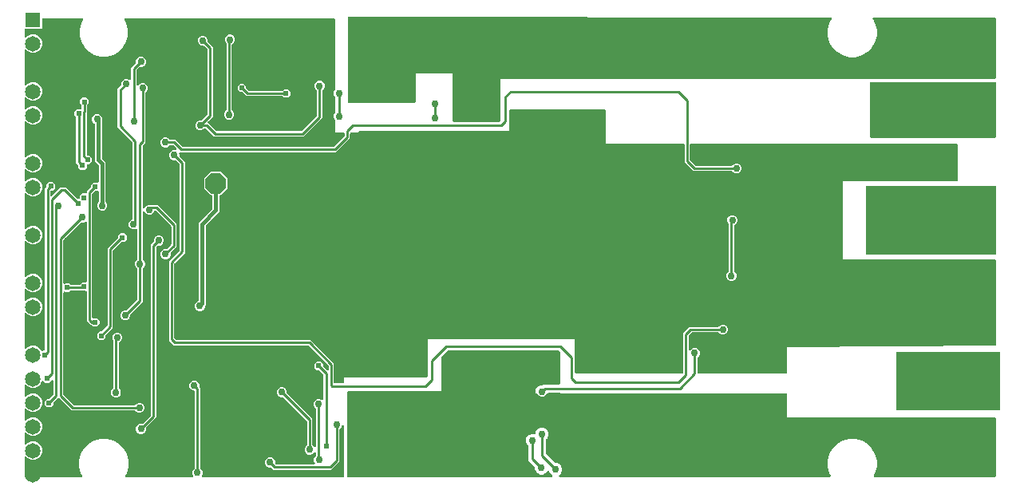
<source format=gbr>
G04 EAGLE Gerber RS-274X export*
G75*
%MOMM*%
%FSLAX34Y34*%
%LPD*%
%INBottom Copper*%
%IPPOS*%
%AMOC8*
5,1,8,0,0,1.08239X$1,22.5*%
G01*
G04 Define Apertures*
%ADD10P,2.36437X8X22.5*%
%ADD11R,1.650000X1.650000*%
%ADD12C,1.650000*%
%ADD13C,4.950000*%
%ADD14C,0.756400*%
%ADD15C,0.406400*%
%ADD16C,0.254000*%
%ADD17C,0.606400*%
%ADD18R,0.756400X0.756400*%
%ADD19R,0.606400X0.606400*%
G36*
X71698Y11023D02*
X71202Y10922D01*
X12192Y10922D01*
X11734Y11007D01*
X11308Y11280D01*
X11023Y11697D01*
X10922Y12192D01*
X10922Y31289D01*
X11000Y31728D01*
X11266Y32158D01*
X11678Y32451D01*
X12172Y32559D01*
X12669Y32467D01*
X13090Y32187D01*
X14463Y30814D01*
X18056Y29326D01*
X21944Y29326D01*
X25537Y30814D01*
X28286Y33563D01*
X29774Y37156D01*
X29774Y41044D01*
X28286Y44637D01*
X25537Y47386D01*
X21944Y48874D01*
X18056Y48874D01*
X14463Y47386D01*
X13090Y46013D01*
X12724Y45758D01*
X12232Y45641D01*
X11734Y45726D01*
X11308Y45998D01*
X11023Y46415D01*
X10922Y46911D01*
X10922Y56689D01*
X11000Y57128D01*
X11266Y57558D01*
X11678Y57851D01*
X12172Y57959D01*
X12669Y57867D01*
X13090Y57587D01*
X14463Y56214D01*
X18056Y54726D01*
X21944Y54726D01*
X25537Y56214D01*
X28286Y58963D01*
X29774Y62556D01*
X29774Y66444D01*
X28286Y70037D01*
X25537Y72786D01*
X21944Y74274D01*
X18056Y74274D01*
X14463Y72786D01*
X13090Y71413D01*
X12724Y71158D01*
X12232Y71041D01*
X11734Y71126D01*
X11308Y71398D01*
X11023Y71815D01*
X10922Y72311D01*
X10922Y82089D01*
X11000Y82528D01*
X11266Y82958D01*
X11678Y83251D01*
X12172Y83359D01*
X12669Y83267D01*
X13090Y82987D01*
X14463Y81614D01*
X18056Y80126D01*
X21944Y80126D01*
X25537Y81614D01*
X28286Y84363D01*
X29774Y87956D01*
X29774Y91844D01*
X28286Y95437D01*
X25537Y98186D01*
X21944Y99674D01*
X18056Y99674D01*
X14463Y98186D01*
X13090Y96813D01*
X12724Y96558D01*
X12232Y96441D01*
X11734Y96526D01*
X11308Y96798D01*
X11023Y97215D01*
X10922Y97711D01*
X10922Y107489D01*
X11000Y107928D01*
X11266Y108358D01*
X11678Y108651D01*
X12172Y108759D01*
X12669Y108667D01*
X13090Y108387D01*
X14463Y107014D01*
X18056Y105526D01*
X21944Y105526D01*
X25537Y107014D01*
X28286Y109763D01*
X29318Y112255D01*
X29565Y112638D01*
X29978Y112931D01*
X30471Y113039D01*
X30968Y112946D01*
X31390Y112667D01*
X33113Y110944D01*
X36887Y110944D01*
X39538Y113595D01*
X39904Y113850D01*
X40396Y113966D01*
X40894Y113881D01*
X41320Y113609D01*
X41605Y113192D01*
X41706Y112697D01*
X41706Y98683D01*
X41613Y98207D01*
X41334Y97785D01*
X37977Y94428D01*
X37574Y94157D01*
X37079Y94056D01*
X35113Y94056D01*
X32444Y91387D01*
X32444Y87613D01*
X35113Y84944D01*
X38887Y84944D01*
X41556Y87613D01*
X41556Y89579D01*
X41649Y90055D01*
X41928Y90477D01*
X46102Y94651D01*
X46486Y94914D01*
X46980Y95022D01*
X47477Y94930D01*
X47898Y94651D01*
X60843Y81706D01*
X127764Y81706D01*
X128241Y81613D01*
X128662Y81334D01*
X129994Y80002D01*
X131945Y79194D01*
X134056Y79194D01*
X136006Y80002D01*
X137498Y81494D01*
X138306Y83445D01*
X138306Y85556D01*
X137498Y87506D01*
X136006Y88998D01*
X134056Y89806D01*
X131945Y89806D01*
X129994Y88998D01*
X128662Y87666D01*
X128259Y87395D01*
X127764Y87294D01*
X63683Y87294D01*
X63207Y87387D01*
X62785Y87666D01*
X52666Y97785D01*
X52395Y98188D01*
X52294Y98683D01*
X52294Y206697D01*
X52372Y207136D01*
X52638Y207566D01*
X53050Y207858D01*
X53544Y207967D01*
X54041Y207874D01*
X54462Y207595D01*
X54613Y207444D01*
X58387Y207444D01*
X59777Y208834D01*
X60180Y209105D01*
X60675Y209206D01*
X70825Y209206D01*
X71301Y209113D01*
X71723Y208834D01*
X72113Y208444D01*
X75936Y208444D01*
X76394Y208359D01*
X76820Y208086D01*
X77105Y207669D01*
X77206Y207174D01*
X77206Y176343D01*
X81343Y172206D01*
X81825Y172206D01*
X82301Y172113D01*
X82723Y171834D01*
X84113Y170444D01*
X87887Y170444D01*
X90556Y173113D01*
X90556Y176887D01*
X87887Y179556D01*
X84064Y179556D01*
X83606Y179641D01*
X83180Y179914D01*
X82895Y180331D01*
X82794Y180826D01*
X82794Y311317D01*
X82887Y311793D01*
X83166Y312215D01*
X85023Y314072D01*
X85426Y314343D01*
X85921Y314444D01*
X87935Y314444D01*
X88142Y314588D01*
X88634Y314704D01*
X89132Y314619D01*
X89558Y314347D01*
X89843Y313930D01*
X89944Y313435D01*
X89944Y303474D01*
X89851Y302997D01*
X89572Y302576D01*
X89002Y302006D01*
X88194Y300056D01*
X88194Y297945D01*
X89002Y295994D01*
X90494Y294502D01*
X92445Y293694D01*
X94556Y293694D01*
X96506Y294502D01*
X97998Y295994D01*
X98806Y297945D01*
X98806Y300056D01*
X97998Y302006D01*
X97428Y302576D01*
X97157Y302979D01*
X97056Y303474D01*
X97056Y344973D01*
X93428Y348601D01*
X93157Y349004D01*
X93056Y349499D01*
X93056Y386717D01*
X93121Y387118D01*
X93339Y387773D01*
X93202Y388048D01*
X93068Y388606D01*
X93164Y389102D01*
X93306Y389445D01*
X93306Y391556D01*
X92498Y393506D01*
X91006Y394998D01*
X89056Y395806D01*
X86945Y395806D01*
X84994Y394998D01*
X83502Y393506D01*
X82694Y391556D01*
X82694Y389445D01*
X83502Y387494D01*
X84994Y386002D01*
X85160Y385933D01*
X85558Y385672D01*
X85843Y385255D01*
X85944Y384760D01*
X85944Y346027D01*
X89572Y342399D01*
X89843Y341996D01*
X89944Y341501D01*
X89944Y324565D01*
X89866Y324126D01*
X89600Y323696D01*
X89188Y323404D01*
X88694Y323295D01*
X88197Y323388D01*
X87944Y323556D01*
X84113Y323556D01*
X81444Y320887D01*
X81444Y318921D01*
X81351Y318445D01*
X81072Y318023D01*
X77206Y314157D01*
X77206Y313326D01*
X77121Y312868D01*
X76848Y312442D01*
X76431Y312157D01*
X75936Y312056D01*
X72113Y312056D01*
X69444Y309387D01*
X69444Y307326D01*
X69359Y306868D01*
X69086Y306442D01*
X68669Y306157D01*
X68174Y306056D01*
X67921Y306056D01*
X67445Y306149D01*
X67023Y306428D01*
X55157Y318294D01*
X49343Y318294D01*
X40462Y309413D01*
X40096Y309158D01*
X39604Y309042D01*
X39106Y309127D01*
X38680Y309399D01*
X38395Y309816D01*
X38294Y310311D01*
X38294Y313674D01*
X38379Y314132D01*
X38652Y314558D01*
X39069Y314843D01*
X39564Y314944D01*
X40887Y314944D01*
X43556Y317613D01*
X43556Y321387D01*
X40887Y324056D01*
X37113Y324056D01*
X34444Y321387D01*
X34444Y319421D01*
X34351Y318945D01*
X34072Y318523D01*
X32706Y317157D01*
X32706Y146326D01*
X32621Y145868D01*
X32348Y145442D01*
X31931Y145157D01*
X31436Y145056D01*
X30593Y145056D01*
X30282Y144841D01*
X29790Y144729D01*
X29292Y144818D01*
X28868Y145093D01*
X28586Y145512D01*
X28286Y146237D01*
X25537Y148986D01*
X21944Y150474D01*
X18056Y150474D01*
X14463Y148986D01*
X13090Y147613D01*
X12724Y147358D01*
X12232Y147241D01*
X11734Y147326D01*
X11308Y147598D01*
X11023Y148015D01*
X10922Y148511D01*
X10922Y183689D01*
X11000Y184128D01*
X11266Y184558D01*
X11678Y184851D01*
X12172Y184959D01*
X12669Y184867D01*
X13090Y184587D01*
X14463Y183214D01*
X18056Y181726D01*
X21944Y181726D01*
X25537Y183214D01*
X28286Y185963D01*
X29774Y189556D01*
X29774Y193444D01*
X28286Y197037D01*
X25537Y199786D01*
X21944Y201274D01*
X18056Y201274D01*
X14463Y199786D01*
X13090Y198413D01*
X12724Y198158D01*
X12232Y198041D01*
X11734Y198126D01*
X11308Y198398D01*
X11023Y198815D01*
X10922Y199311D01*
X10922Y209089D01*
X11000Y209528D01*
X11266Y209958D01*
X11678Y210251D01*
X12172Y210359D01*
X12669Y210267D01*
X13090Y209987D01*
X14463Y208614D01*
X18056Y207126D01*
X21944Y207126D01*
X25537Y208614D01*
X28286Y211363D01*
X29774Y214956D01*
X29774Y218844D01*
X28286Y222437D01*
X25537Y225186D01*
X21944Y226674D01*
X18056Y226674D01*
X14463Y225186D01*
X13090Y223813D01*
X12724Y223558D01*
X12232Y223441D01*
X11734Y223526D01*
X11308Y223798D01*
X11023Y224215D01*
X10922Y224711D01*
X10922Y259889D01*
X11000Y260328D01*
X11266Y260758D01*
X11678Y261051D01*
X12172Y261159D01*
X12669Y261067D01*
X13090Y260787D01*
X14463Y259414D01*
X18056Y257926D01*
X21944Y257926D01*
X25537Y259414D01*
X28286Y262163D01*
X29774Y265756D01*
X29774Y269644D01*
X28286Y273237D01*
X25537Y275986D01*
X21944Y277474D01*
X18056Y277474D01*
X14463Y275986D01*
X13090Y274613D01*
X12724Y274358D01*
X12232Y274241D01*
X11734Y274326D01*
X11308Y274598D01*
X11023Y275015D01*
X10922Y275511D01*
X10922Y310689D01*
X11000Y311128D01*
X11266Y311558D01*
X11678Y311851D01*
X12172Y311959D01*
X12669Y311867D01*
X13090Y311587D01*
X14463Y310214D01*
X18056Y308726D01*
X21944Y308726D01*
X25537Y310214D01*
X28286Y312963D01*
X29774Y316556D01*
X29774Y320444D01*
X28286Y324037D01*
X25537Y326786D01*
X21944Y328274D01*
X18056Y328274D01*
X14463Y326786D01*
X13090Y325413D01*
X12724Y325158D01*
X12232Y325041D01*
X11734Y325126D01*
X11308Y325398D01*
X11023Y325815D01*
X10922Y326311D01*
X10922Y336089D01*
X11000Y336528D01*
X11266Y336958D01*
X11678Y337251D01*
X12172Y337359D01*
X12669Y337267D01*
X13090Y336987D01*
X14463Y335614D01*
X18056Y334126D01*
X21944Y334126D01*
X25537Y335614D01*
X28286Y338363D01*
X29774Y341956D01*
X29774Y345844D01*
X28286Y349437D01*
X25537Y352186D01*
X21944Y353674D01*
X18056Y353674D01*
X14463Y352186D01*
X13090Y350813D01*
X12724Y350558D01*
X12232Y350441D01*
X11734Y350526D01*
X11308Y350798D01*
X11023Y351215D01*
X10922Y351711D01*
X10922Y386889D01*
X11000Y387328D01*
X11266Y387758D01*
X11678Y388051D01*
X12172Y388159D01*
X12669Y388067D01*
X13090Y387787D01*
X14463Y386414D01*
X18056Y384926D01*
X21944Y384926D01*
X25537Y386414D01*
X28286Y389163D01*
X29774Y392756D01*
X29774Y396644D01*
X28286Y400237D01*
X25537Y402986D01*
X21944Y404474D01*
X18056Y404474D01*
X14463Y402986D01*
X13090Y401613D01*
X12724Y401358D01*
X12232Y401241D01*
X11734Y401326D01*
X11308Y401598D01*
X11023Y402015D01*
X10922Y402511D01*
X10922Y412289D01*
X11000Y412728D01*
X11266Y413158D01*
X11678Y413451D01*
X12172Y413559D01*
X12669Y413467D01*
X13090Y413187D01*
X14463Y411814D01*
X18056Y410326D01*
X21944Y410326D01*
X25537Y411814D01*
X28286Y414563D01*
X29774Y418156D01*
X29774Y422044D01*
X28286Y425637D01*
X25537Y428386D01*
X21944Y429874D01*
X18056Y429874D01*
X14463Y428386D01*
X13090Y427013D01*
X12724Y426758D01*
X12232Y426641D01*
X11734Y426726D01*
X11308Y426998D01*
X11023Y427415D01*
X10922Y427911D01*
X10922Y463089D01*
X11000Y463528D01*
X11266Y463958D01*
X11678Y464251D01*
X12172Y464359D01*
X12669Y464267D01*
X13090Y463987D01*
X14463Y462614D01*
X18056Y461126D01*
X21944Y461126D01*
X25537Y462614D01*
X28286Y465363D01*
X29774Y468956D01*
X29774Y472844D01*
X28286Y476437D01*
X25537Y479186D01*
X21944Y480674D01*
X18056Y480674D01*
X14463Y479186D01*
X13090Y477813D01*
X12724Y477558D01*
X12232Y477441D01*
X11734Y477526D01*
X11308Y477798D01*
X11023Y478215D01*
X10922Y478711D01*
X10922Y485256D01*
X11007Y485714D01*
X11280Y486140D01*
X11697Y486425D01*
X12192Y486526D01*
X28881Y486526D01*
X29774Y487419D01*
X29774Y496408D01*
X29859Y496866D01*
X30132Y497292D01*
X30549Y497577D01*
X31044Y497678D01*
X72126Y497678D01*
X72726Y497528D01*
X73115Y497205D01*
X73347Y496756D01*
X73386Y496252D01*
X73226Y495773D01*
X71339Y492504D01*
X69590Y485978D01*
X69590Y479222D01*
X71339Y472696D01*
X74717Y466844D01*
X79494Y462067D01*
X85346Y458689D01*
X91872Y456940D01*
X98628Y456940D01*
X105154Y458689D01*
X111006Y462067D01*
X115783Y466844D01*
X119161Y472696D01*
X120910Y479222D01*
X120910Y485978D01*
X119161Y492504D01*
X117274Y495773D01*
X117105Y496368D01*
X117189Y496866D01*
X117462Y497292D01*
X117879Y497577D01*
X118374Y497678D01*
X339230Y497678D01*
X339688Y497593D01*
X340114Y497320D01*
X340399Y496903D01*
X340500Y496408D01*
X340500Y422030D01*
X340407Y421553D01*
X340128Y421132D01*
X340002Y421006D01*
X339194Y419056D01*
X339194Y416945D01*
X340002Y414994D01*
X340128Y414868D01*
X340399Y414465D01*
X340500Y413970D01*
X340500Y397530D01*
X340407Y397053D01*
X340128Y396632D01*
X340002Y396506D01*
X339194Y394556D01*
X339194Y392445D01*
X340002Y390494D01*
X340128Y390368D01*
X340399Y389965D01*
X340500Y389470D01*
X340500Y376600D01*
X340515Y376508D01*
X340580Y376500D01*
X349436Y376500D01*
X349894Y376415D01*
X350320Y376142D01*
X350605Y375725D01*
X350706Y375230D01*
X350706Y373183D01*
X350613Y372707D01*
X350334Y372285D01*
X339715Y361666D01*
X339312Y361395D01*
X338817Y361294D01*
X179183Y361294D01*
X178707Y361387D01*
X178285Y361666D01*
X171157Y368794D01*
X165736Y368794D01*
X165259Y368887D01*
X164838Y369166D01*
X163506Y370498D01*
X161556Y371306D01*
X159445Y371306D01*
X157494Y370498D01*
X156002Y369006D01*
X155194Y367056D01*
X155194Y364945D01*
X156002Y362994D01*
X157494Y361502D01*
X159445Y360694D01*
X161556Y360694D01*
X163506Y361502D01*
X164838Y362834D01*
X165241Y363105D01*
X165736Y363206D01*
X168317Y363206D01*
X168793Y363113D01*
X169215Y362834D01*
X172075Y359974D01*
X172330Y359608D01*
X172446Y359116D01*
X172361Y358618D01*
X172089Y358192D01*
X171672Y357907D01*
X171177Y357806D01*
X168945Y357806D01*
X166994Y356998D01*
X165502Y355506D01*
X164694Y353556D01*
X164694Y351445D01*
X165502Y349494D01*
X166994Y348002D01*
X168945Y347194D01*
X170829Y347194D01*
X171305Y347101D01*
X171727Y346822D01*
X175334Y343215D01*
X175605Y342812D01*
X175706Y342317D01*
X175706Y251683D01*
X175613Y251207D01*
X175334Y250785D01*
X164206Y239657D01*
X164206Y155843D01*
X169343Y150706D01*
X311817Y150706D01*
X312293Y150613D01*
X312715Y150334D01*
X333334Y129715D01*
X333605Y129312D01*
X333706Y128817D01*
X333706Y125311D01*
X333628Y124873D01*
X333362Y124442D01*
X332950Y124150D01*
X332456Y124042D01*
X331959Y124134D01*
X331538Y124413D01*
X327928Y128023D01*
X327657Y128426D01*
X327556Y128921D01*
X327556Y130887D01*
X324887Y133556D01*
X321113Y133556D01*
X318444Y130887D01*
X318444Y127113D01*
X321113Y124444D01*
X323079Y124444D01*
X323555Y124351D01*
X323977Y124072D01*
X327834Y120215D01*
X328105Y119812D01*
X328206Y119317D01*
X328206Y93864D01*
X328128Y93425D01*
X327862Y92995D01*
X327450Y92703D01*
X326956Y92594D01*
X326459Y92687D01*
X326038Y92966D01*
X326006Y92998D01*
X324056Y93806D01*
X321945Y93806D01*
X319994Y92998D01*
X318502Y91506D01*
X317694Y89556D01*
X317694Y87445D01*
X318502Y85494D01*
X319834Y84162D01*
X320105Y83759D01*
X320206Y83264D01*
X320206Y43864D01*
X320128Y43425D01*
X319862Y42995D01*
X319450Y42703D01*
X318956Y42594D01*
X318459Y42687D01*
X318038Y42966D01*
X316666Y44338D01*
X316395Y44741D01*
X316294Y45236D01*
X316294Y72657D01*
X289678Y99273D01*
X289407Y99676D01*
X289306Y100171D01*
X289306Y102056D01*
X288498Y104006D01*
X287006Y105498D01*
X285056Y106306D01*
X282945Y106306D01*
X280994Y105498D01*
X279502Y104006D01*
X278694Y102056D01*
X278694Y99945D01*
X279502Y97994D01*
X280994Y96502D01*
X282945Y95694D01*
X284829Y95694D01*
X285305Y95601D01*
X285727Y95322D01*
X310334Y70715D01*
X310605Y70312D01*
X310706Y69817D01*
X310706Y45236D01*
X310613Y44759D01*
X310334Y44338D01*
X309002Y43006D01*
X308194Y41056D01*
X308194Y38945D01*
X309002Y36994D01*
X310494Y35502D01*
X312445Y34694D01*
X314556Y34694D01*
X316506Y35502D01*
X318038Y37034D01*
X318404Y37289D01*
X318896Y37405D01*
X319394Y37321D01*
X319820Y37048D01*
X320105Y36631D01*
X320206Y36136D01*
X320206Y33736D01*
X320113Y33259D01*
X319834Y32838D01*
X319002Y32006D01*
X318194Y30056D01*
X318194Y27945D01*
X318979Y26050D01*
X319075Y25604D01*
X318990Y25106D01*
X318718Y24680D01*
X318301Y24395D01*
X317805Y24294D01*
X278183Y24294D01*
X277707Y24387D01*
X277285Y24666D01*
X277178Y24773D01*
X276907Y25176D01*
X276806Y25671D01*
X276806Y27556D01*
X275998Y29506D01*
X274506Y30998D01*
X272556Y31806D01*
X270445Y31806D01*
X268494Y30998D01*
X267002Y29506D01*
X266194Y27556D01*
X266194Y25445D01*
X267002Y23494D01*
X268494Y22002D01*
X270445Y21194D01*
X272329Y21194D01*
X272805Y21101D01*
X273227Y20822D01*
X275343Y18706D01*
X336657Y18706D01*
X345294Y27343D01*
X345294Y61764D01*
X345387Y62241D01*
X345666Y62662D01*
X346998Y63994D01*
X347557Y65343D01*
X347790Y65711D01*
X348198Y66010D01*
X348690Y66126D01*
X349188Y66041D01*
X349614Y65769D01*
X349899Y65352D01*
X350000Y64857D01*
X350000Y12192D01*
X349915Y11734D01*
X349642Y11308D01*
X349225Y11023D01*
X348730Y10922D01*
X200248Y10922D01*
X199799Y11004D01*
X199371Y11273D01*
X199082Y11687D01*
X198978Y12182D01*
X199074Y12678D01*
X199806Y14445D01*
X199806Y16556D01*
X198998Y18506D01*
X197666Y19838D01*
X197395Y20241D01*
X197294Y20736D01*
X197294Y105657D01*
X196678Y106273D01*
X196407Y106676D01*
X196306Y107171D01*
X196306Y109056D01*
X195498Y111006D01*
X194006Y112498D01*
X192056Y113306D01*
X189945Y113306D01*
X187994Y112498D01*
X186502Y111006D01*
X185694Y109056D01*
X185694Y106945D01*
X186502Y104994D01*
X187994Y103502D01*
X189945Y102694D01*
X190436Y102694D01*
X190894Y102609D01*
X191320Y102336D01*
X191605Y101919D01*
X191706Y101424D01*
X191706Y20736D01*
X191613Y20259D01*
X191334Y19838D01*
X190002Y18506D01*
X189194Y16556D01*
X189194Y14445D01*
X189926Y12678D01*
X190022Y12232D01*
X189937Y11734D01*
X189665Y11308D01*
X189248Y11023D01*
X188752Y10922D01*
X119298Y10922D01*
X118698Y11072D01*
X118309Y11395D01*
X118076Y11844D01*
X118037Y12348D01*
X118198Y12827D01*
X119627Y15303D01*
X121410Y21956D01*
X121410Y28844D01*
X119627Y35497D01*
X116183Y41463D01*
X111313Y46333D01*
X105347Y49777D01*
X98694Y51560D01*
X91806Y51560D01*
X85153Y49777D01*
X79187Y46333D01*
X74317Y41463D01*
X70873Y35497D01*
X69090Y28844D01*
X69090Y21956D01*
X70873Y15303D01*
X72302Y12827D01*
X72472Y12232D01*
X72387Y11734D01*
X72114Y11308D01*
X71698Y11023D01*
G37*
%LPC*%
G36*
X226945Y390194D02*
X229056Y390194D01*
X231006Y391002D01*
X232498Y392494D01*
X233306Y394445D01*
X233306Y396556D01*
X232498Y398506D01*
X231166Y399838D01*
X230895Y400241D01*
X230794Y400736D01*
X230794Y469151D01*
X230883Y469619D01*
X231159Y470042D01*
X231578Y470325D01*
X232006Y470502D01*
X233498Y471994D01*
X234306Y473945D01*
X234306Y476056D01*
X233498Y478006D01*
X232006Y479498D01*
X230056Y480306D01*
X227945Y480306D01*
X225994Y479498D01*
X224502Y478006D01*
X223694Y476056D01*
X223694Y473945D01*
X224502Y471994D01*
X224834Y471662D01*
X225105Y471259D01*
X225206Y470764D01*
X225206Y400736D01*
X225113Y400259D01*
X224834Y399838D01*
X223502Y398506D01*
X222694Y396556D01*
X222694Y394445D01*
X223502Y392494D01*
X224994Y391002D01*
X226945Y390194D01*
G37*
G36*
X212343Y372206D02*
X307157Y372206D01*
X326794Y391843D01*
X326794Y420764D01*
X326887Y421241D01*
X327166Y421662D01*
X328498Y422994D01*
X329306Y424945D01*
X329306Y427056D01*
X328498Y429006D01*
X327006Y430498D01*
X325056Y431306D01*
X322945Y431306D01*
X320994Y430498D01*
X319502Y429006D01*
X318694Y427056D01*
X318694Y424945D01*
X319502Y422994D01*
X320834Y421662D01*
X321105Y421259D01*
X321206Y420764D01*
X321206Y394683D01*
X321113Y394207D01*
X320834Y393785D01*
X305215Y378166D01*
X304812Y377895D01*
X304317Y377794D01*
X215183Y377794D01*
X214707Y377887D01*
X214285Y378166D01*
X205849Y386602D01*
X205586Y386986D01*
X205478Y387480D01*
X205570Y387977D01*
X205849Y388398D01*
X210794Y393343D01*
X210794Y467157D01*
X205678Y472273D01*
X205407Y472676D01*
X205306Y473171D01*
X205306Y475056D01*
X204498Y477006D01*
X203006Y478498D01*
X201056Y479306D01*
X198945Y479306D01*
X196994Y478498D01*
X195502Y477006D01*
X194694Y475056D01*
X194694Y472945D01*
X195502Y470994D01*
X196994Y469502D01*
X198945Y468694D01*
X200829Y468694D01*
X201305Y468601D01*
X201727Y468322D01*
X204834Y465215D01*
X205105Y464812D01*
X205206Y464317D01*
X205206Y396183D01*
X205113Y395707D01*
X204834Y395285D01*
X199227Y389678D01*
X198824Y389407D01*
X198329Y389306D01*
X196445Y389306D01*
X194494Y388498D01*
X193002Y387006D01*
X192194Y385056D01*
X192194Y382945D01*
X193002Y380994D01*
X194494Y379502D01*
X196445Y378694D01*
X198556Y378694D01*
X200506Y379502D01*
X201838Y380834D01*
X202241Y381105D01*
X202736Y381206D01*
X202817Y381206D01*
X203293Y381113D01*
X203715Y380834D01*
X212343Y372206D01*
G37*
G36*
X116945Y177194D02*
X119056Y177194D01*
X121006Y178002D01*
X122498Y179494D01*
X123306Y181445D01*
X123306Y183329D01*
X123399Y183805D01*
X123678Y184227D01*
X136294Y196843D01*
X136294Y231764D01*
X136387Y232241D01*
X136666Y232662D01*
X137998Y233994D01*
X138806Y235945D01*
X138806Y238056D01*
X137998Y240006D01*
X136666Y241338D01*
X136395Y241741D01*
X136294Y242236D01*
X136294Y291647D01*
X136369Y292076D01*
X136631Y292508D01*
X137041Y292804D01*
X137534Y292916D01*
X138031Y292828D01*
X138455Y292552D01*
X138737Y292133D01*
X139002Y291494D01*
X140494Y290002D01*
X142445Y289194D01*
X144556Y289194D01*
X146506Y290002D01*
X147998Y291494D01*
X148605Y292960D01*
X148852Y293343D01*
X149265Y293635D01*
X149758Y293744D01*
X150255Y293651D01*
X150677Y293372D01*
X166334Y277715D01*
X166605Y277312D01*
X166706Y276817D01*
X166706Y258183D01*
X166613Y257707D01*
X166334Y257285D01*
X162227Y253178D01*
X161824Y252907D01*
X161329Y252806D01*
X159445Y252806D01*
X157494Y251998D01*
X156002Y250506D01*
X155194Y248556D01*
X155194Y246445D01*
X156002Y244494D01*
X157494Y243002D01*
X159445Y242194D01*
X161556Y242194D01*
X163506Y243002D01*
X164998Y244494D01*
X165806Y246445D01*
X165806Y248329D01*
X165899Y248805D01*
X166178Y249227D01*
X172294Y255343D01*
X172294Y279657D01*
X152157Y299794D01*
X144837Y299794D01*
X144777Y299806D01*
X142445Y299806D01*
X140494Y298998D01*
X139002Y297506D01*
X138737Y296867D01*
X138504Y296499D01*
X138096Y296200D01*
X137604Y296084D01*
X137106Y296169D01*
X136680Y296441D01*
X136395Y296858D01*
X136294Y297353D01*
X136294Y362317D01*
X136387Y362793D01*
X136666Y363215D01*
X139294Y365843D01*
X139294Y418264D01*
X139387Y418741D01*
X139666Y419162D01*
X140998Y420494D01*
X141806Y422445D01*
X141806Y424556D01*
X140998Y426506D01*
X139506Y427998D01*
X137556Y428806D01*
X135445Y428806D01*
X133494Y427998D01*
X131962Y426466D01*
X131596Y426211D01*
X131104Y426095D01*
X130606Y426179D01*
X130180Y426452D01*
X129895Y426869D01*
X129794Y427364D01*
X129794Y442317D01*
X129887Y442793D01*
X130166Y443215D01*
X132773Y445822D01*
X133176Y446093D01*
X133671Y446194D01*
X135556Y446194D01*
X137506Y447002D01*
X138998Y448494D01*
X139806Y450445D01*
X139806Y452556D01*
X138998Y454506D01*
X137506Y455998D01*
X135556Y456806D01*
X133445Y456806D01*
X131494Y455998D01*
X130002Y454506D01*
X129194Y452556D01*
X129194Y450671D01*
X129101Y450195D01*
X128822Y449773D01*
X124206Y445157D01*
X124206Y433364D01*
X124128Y432925D01*
X123862Y432495D01*
X123450Y432203D01*
X122956Y432094D01*
X122459Y432187D01*
X122038Y432466D01*
X122006Y432498D01*
X120056Y433306D01*
X117945Y433306D01*
X115994Y432498D01*
X114502Y431006D01*
X113694Y429056D01*
X113694Y427171D01*
X113601Y426695D01*
X113322Y426273D01*
X109706Y422657D01*
X109706Y381843D01*
X125334Y366215D01*
X125605Y365812D01*
X125706Y365317D01*
X125706Y285263D01*
X125617Y284796D01*
X125341Y284372D01*
X124922Y284090D01*
X123494Y283498D01*
X122002Y282006D01*
X121194Y280056D01*
X121194Y277945D01*
X122002Y275994D01*
X123494Y274502D01*
X125445Y273694D01*
X127556Y273694D01*
X128950Y274272D01*
X129396Y274368D01*
X129894Y274283D01*
X130320Y274011D01*
X130605Y273594D01*
X130706Y273098D01*
X130706Y242236D01*
X130613Y241759D01*
X130334Y241338D01*
X129002Y240006D01*
X128194Y238056D01*
X128194Y235945D01*
X129002Y233994D01*
X130334Y232662D01*
X130605Y232259D01*
X130706Y231764D01*
X130706Y199683D01*
X130613Y199207D01*
X130334Y198785D01*
X119727Y188178D01*
X119324Y187907D01*
X118829Y187806D01*
X116945Y187806D01*
X114994Y186998D01*
X113502Y185506D01*
X112694Y183556D01*
X112694Y181445D01*
X113502Y179494D01*
X114994Y178002D01*
X116945Y177194D01*
G37*
G36*
X286613Y413444D02*
X290387Y413444D01*
X293056Y416113D01*
X293056Y419887D01*
X290387Y422556D01*
X286613Y422556D01*
X285223Y421166D01*
X284820Y420895D01*
X284325Y420794D01*
X249183Y420794D01*
X248707Y420887D01*
X248285Y421166D01*
X246428Y423023D01*
X246157Y423426D01*
X246056Y423921D01*
X246056Y425887D01*
X243387Y428556D01*
X239613Y428556D01*
X236944Y425887D01*
X236944Y422113D01*
X239613Y419444D01*
X241579Y419444D01*
X242055Y419351D01*
X242477Y419072D01*
X246343Y415206D01*
X284325Y415206D01*
X284801Y415113D01*
X285223Y414834D01*
X286613Y413444D01*
G37*
G36*
X70613Y336944D02*
X74387Y336944D01*
X77056Y339613D01*
X77056Y341674D01*
X77141Y342132D01*
X77414Y342558D01*
X77831Y342843D01*
X78326Y342944D01*
X79887Y342944D01*
X82556Y345613D01*
X82556Y349387D01*
X79887Y352056D01*
X78390Y352056D01*
X77932Y352141D01*
X77506Y352414D01*
X77221Y352831D01*
X77120Y353326D01*
X77120Y396882D01*
X77213Y397359D01*
X77294Y397481D01*
X77294Y404825D01*
X77387Y405301D01*
X77666Y405723D01*
X79056Y407113D01*
X79056Y410887D01*
X76387Y413556D01*
X72613Y413556D01*
X69944Y410887D01*
X69944Y407113D01*
X71334Y405723D01*
X71605Y405320D01*
X71706Y404825D01*
X71706Y402326D01*
X71621Y401868D01*
X71348Y401442D01*
X70931Y401157D01*
X70436Y401056D01*
X66613Y401056D01*
X63944Y398387D01*
X63944Y394613D01*
X65334Y393223D01*
X65605Y392820D01*
X65706Y392325D01*
X65706Y344343D01*
X67572Y342477D01*
X67843Y342074D01*
X67944Y341579D01*
X67944Y339613D01*
X70613Y336944D01*
G37*
G36*
X90613Y156444D02*
X94387Y156444D01*
X97056Y159113D01*
X97056Y161079D01*
X97149Y161555D01*
X97428Y161977D01*
X104794Y169343D01*
X104794Y251317D01*
X104887Y251793D01*
X105166Y252215D01*
X113023Y260072D01*
X113426Y260343D01*
X113921Y260444D01*
X116887Y260444D01*
X119556Y263113D01*
X119556Y266887D01*
X116887Y269556D01*
X113113Y269556D01*
X110444Y266887D01*
X110444Y265921D01*
X110351Y265445D01*
X110072Y265023D01*
X99206Y254157D01*
X99206Y172183D01*
X99113Y171707D01*
X98834Y171285D01*
X93477Y165928D01*
X93074Y165657D01*
X92579Y165556D01*
X90613Y165556D01*
X87944Y162887D01*
X87944Y159113D01*
X90613Y156444D01*
G37*
G36*
X133445Y56694D02*
X135556Y56694D01*
X137506Y57502D01*
X138998Y58994D01*
X139806Y60945D01*
X139806Y62829D01*
X139899Y63305D01*
X140178Y63727D01*
X150794Y74343D01*
X150794Y254817D01*
X150887Y255293D01*
X151166Y255715D01*
X151773Y256322D01*
X152176Y256593D01*
X152671Y256694D01*
X154556Y256694D01*
X156506Y257502D01*
X157998Y258994D01*
X158806Y260945D01*
X158806Y263056D01*
X157998Y265006D01*
X156506Y266498D01*
X154556Y267306D01*
X152445Y267306D01*
X150494Y266498D01*
X149002Y265006D01*
X148194Y263056D01*
X148194Y261171D01*
X148101Y260695D01*
X147822Y260273D01*
X145206Y257657D01*
X145206Y77183D01*
X145113Y76707D01*
X144834Y76285D01*
X136227Y67678D01*
X135824Y67407D01*
X135329Y67306D01*
X133445Y67306D01*
X131494Y66498D01*
X130002Y65006D01*
X129194Y63056D01*
X129194Y60945D01*
X130002Y58994D01*
X131494Y57502D01*
X133445Y56694D01*
G37*
G36*
X106945Y95194D02*
X109056Y95194D01*
X111006Y96002D01*
X112498Y97494D01*
X113306Y99445D01*
X113306Y101556D01*
X112498Y103506D01*
X111166Y104838D01*
X110895Y105241D01*
X110794Y105736D01*
X110794Y152944D01*
X110883Y153411D01*
X111159Y153835D01*
X111578Y154118D01*
X112506Y154502D01*
X113998Y155994D01*
X114806Y157945D01*
X114806Y160056D01*
X113998Y162006D01*
X112506Y163498D01*
X110556Y164306D01*
X108445Y164306D01*
X106494Y163498D01*
X105002Y162006D01*
X104194Y160056D01*
X104194Y157945D01*
X105089Y155784D01*
X105105Y155759D01*
X105206Y155264D01*
X105206Y105736D01*
X105113Y105259D01*
X104834Y104838D01*
X103502Y103506D01*
X102694Y101556D01*
X102694Y99445D01*
X103502Y97494D01*
X104994Y96002D01*
X106945Y95194D01*
G37*
%LPD*%
G36*
X349225Y110395D02*
X348730Y110294D01*
X340564Y110294D01*
X340106Y110379D01*
X339680Y110652D01*
X339395Y111069D01*
X339294Y111564D01*
X339294Y131657D01*
X314657Y156294D01*
X172183Y156294D01*
X171707Y156387D01*
X171285Y156666D01*
X170166Y157785D01*
X169895Y158188D01*
X169794Y158683D01*
X169794Y236817D01*
X169887Y237293D01*
X170166Y237715D01*
X181294Y248843D01*
X181294Y345157D01*
X175678Y350773D01*
X175407Y351176D01*
X175306Y351671D01*
X175306Y353555D01*
X175143Y353950D01*
X175047Y354396D01*
X175131Y354894D01*
X175404Y355320D01*
X175821Y355605D01*
X176316Y355706D01*
X341657Y355706D01*
X356294Y370343D01*
X356294Y375230D01*
X356379Y375688D01*
X356652Y376114D01*
X357069Y376399D01*
X357564Y376500D01*
X366758Y376500D01*
X367189Y376424D01*
X367621Y376161D01*
X367916Y375751D01*
X368027Y375258D01*
X371906Y198798D01*
X371820Y198312D01*
X371548Y197886D01*
X371131Y197601D01*
X370636Y197500D01*
X350100Y197500D01*
X350008Y197485D01*
X350000Y197420D01*
X350000Y111564D01*
X349915Y111106D01*
X349642Y110680D01*
X349225Y110395D01*
G37*
%LPC*%
G36*
X195945Y187194D02*
X198056Y187194D01*
X200006Y188002D01*
X201498Y189494D01*
X202306Y191445D01*
X202306Y192251D01*
X202399Y192728D01*
X202678Y193149D01*
X203056Y193527D01*
X203056Y277501D01*
X203149Y277978D01*
X203428Y278399D01*
X217556Y292527D01*
X217556Y308784D01*
X217641Y309242D01*
X217914Y309668D01*
X218331Y309953D01*
X218826Y310054D01*
X219155Y310054D01*
X226446Y317345D01*
X226446Y327655D01*
X219155Y334946D01*
X208845Y334946D01*
X201554Y327655D01*
X201554Y317345D01*
X208845Y310054D01*
X209174Y310054D01*
X209632Y309969D01*
X210058Y309696D01*
X210343Y309279D01*
X210444Y308784D01*
X210444Y295999D01*
X210351Y295522D01*
X210072Y295101D01*
X195944Y280973D01*
X195944Y198654D01*
X195855Y198187D01*
X195579Y197764D01*
X195160Y197481D01*
X193994Y196998D01*
X192502Y195506D01*
X191694Y193556D01*
X191694Y191445D01*
X192502Y189494D01*
X193994Y188002D01*
X195945Y187194D01*
G37*
%LPD*%
G36*
X69320Y214895D02*
X68825Y214794D01*
X60675Y214794D01*
X60199Y214887D01*
X59777Y215166D01*
X58387Y216556D01*
X54613Y216556D01*
X54462Y216405D01*
X54096Y216150D01*
X53604Y216034D01*
X53106Y216119D01*
X52680Y216391D01*
X52395Y216808D01*
X52294Y217303D01*
X52294Y261817D01*
X52387Y262293D01*
X52666Y262715D01*
X70773Y280822D01*
X71176Y281093D01*
X71671Y281194D01*
X73555Y281194D01*
X75450Y281979D01*
X75896Y282075D01*
X76394Y281990D01*
X76820Y281718D01*
X77105Y281301D01*
X77206Y280805D01*
X77206Y218826D01*
X77121Y218368D01*
X76848Y217942D01*
X76431Y217657D01*
X75936Y217556D01*
X72113Y217556D01*
X69723Y215166D01*
X69320Y214895D01*
G37*
G36*
X437725Y117101D02*
X437230Y117000D01*
X345770Y117000D01*
X345312Y117085D01*
X344886Y117358D01*
X344601Y117775D01*
X344500Y118270D01*
X344500Y203730D01*
X344585Y204188D01*
X344858Y204614D01*
X345275Y204899D01*
X345770Y205000D01*
X364900Y205000D01*
X364992Y205015D01*
X365000Y205080D01*
X365000Y376730D01*
X365085Y377188D01*
X365358Y377614D01*
X365775Y377899D01*
X366270Y378000D01*
X525400Y378000D01*
X525492Y378015D01*
X525500Y378080D01*
X525500Y399730D01*
X525585Y400188D01*
X525858Y400614D01*
X526275Y400899D01*
X526770Y401000D01*
X626230Y401000D01*
X626688Y400915D01*
X627114Y400642D01*
X627399Y400225D01*
X627500Y399730D01*
X627500Y364600D01*
X627515Y364508D01*
X627580Y364500D01*
X709936Y364500D01*
X710394Y364415D01*
X710820Y364142D01*
X711105Y363725D01*
X711206Y363230D01*
X711206Y344843D01*
X720343Y335706D01*
X761264Y335706D01*
X761741Y335613D01*
X762162Y335334D01*
X763494Y334002D01*
X765445Y333194D01*
X767556Y333194D01*
X769506Y334002D01*
X770998Y335494D01*
X771806Y337445D01*
X771806Y339556D01*
X770998Y341506D01*
X769506Y342998D01*
X767556Y343806D01*
X765445Y343806D01*
X763494Y342998D01*
X762162Y341666D01*
X761759Y341395D01*
X761264Y341294D01*
X723183Y341294D01*
X722707Y341387D01*
X722285Y341666D01*
X717166Y346785D01*
X716895Y347188D01*
X716794Y347683D01*
X716794Y363230D01*
X716879Y363688D01*
X717152Y364114D01*
X717569Y364399D01*
X718064Y364500D01*
X999730Y364500D01*
X1000188Y364415D01*
X1000614Y364142D01*
X1000899Y363725D01*
X1001000Y363230D01*
X1001000Y325770D01*
X1000915Y325312D01*
X1000642Y324886D01*
X1000225Y324601D01*
X999730Y324500D01*
X879600Y324500D01*
X879508Y324485D01*
X879500Y324420D01*
X879500Y242100D01*
X879515Y242008D01*
X879580Y242000D01*
X1040108Y242000D01*
X1040566Y241915D01*
X1040992Y241642D01*
X1041277Y241225D01*
X1041378Y240730D01*
X1041378Y151357D01*
X1041295Y150905D01*
X1041025Y150478D01*
X1040609Y150190D01*
X1040114Y150087D01*
X820099Y149001D01*
X820008Y148986D01*
X820000Y148920D01*
X820000Y121770D01*
X819915Y121312D01*
X819642Y120886D01*
X819225Y120601D01*
X818730Y120500D01*
X726064Y120500D01*
X725606Y120585D01*
X725180Y120858D01*
X724895Y121275D01*
X724794Y121770D01*
X724794Y137264D01*
X724887Y137741D01*
X725166Y138162D01*
X726498Y139494D01*
X727306Y141445D01*
X727306Y143556D01*
X726498Y145506D01*
X725006Y146998D01*
X723056Y147806D01*
X720945Y147806D01*
X718994Y146998D01*
X717462Y145466D01*
X717096Y145211D01*
X716604Y145095D01*
X716106Y145179D01*
X715680Y145452D01*
X715395Y145869D01*
X715294Y146364D01*
X715294Y160817D01*
X715387Y161293D01*
X715666Y161715D01*
X718285Y164334D01*
X718688Y164605D01*
X719183Y164706D01*
X746764Y164706D01*
X747241Y164613D01*
X747662Y164334D01*
X748994Y163002D01*
X750945Y162194D01*
X753056Y162194D01*
X755006Y163002D01*
X756498Y164494D01*
X757306Y166445D01*
X757306Y168556D01*
X756498Y170506D01*
X755006Y171998D01*
X753056Y172806D01*
X750945Y172806D01*
X748994Y171998D01*
X747662Y170666D01*
X747259Y170395D01*
X746764Y170294D01*
X716343Y170294D01*
X709706Y163657D01*
X709706Y121770D01*
X709621Y121312D01*
X709348Y120886D01*
X708931Y120601D01*
X708436Y120500D01*
X596270Y120500D01*
X595812Y120585D01*
X595386Y120858D01*
X595101Y121275D01*
X595000Y121770D01*
X595000Y156900D01*
X594985Y156992D01*
X594920Y157000D01*
X438600Y157000D01*
X438508Y156985D01*
X438500Y156920D01*
X438500Y118270D01*
X438415Y117812D01*
X438142Y117386D01*
X437725Y117101D01*
G37*
%LPC*%
G36*
X759945Y219194D02*
X762056Y219194D01*
X764006Y220002D01*
X765498Y221494D01*
X766306Y223445D01*
X766306Y225556D01*
X765498Y227506D01*
X764166Y228838D01*
X763895Y229241D01*
X763794Y229736D01*
X763794Y277651D01*
X763883Y278119D01*
X764159Y278542D01*
X764578Y278825D01*
X765006Y279002D01*
X766498Y280494D01*
X767306Y282445D01*
X767306Y284556D01*
X766498Y286506D01*
X765006Y287998D01*
X763056Y288806D01*
X760945Y288806D01*
X758994Y287998D01*
X757502Y286506D01*
X756694Y284556D01*
X756694Y282445D01*
X757502Y280494D01*
X757834Y280162D01*
X758105Y279759D01*
X758206Y279264D01*
X758206Y229736D01*
X758113Y229259D01*
X757834Y228838D01*
X756502Y227506D01*
X755694Y225556D01*
X755694Y223445D01*
X756502Y221494D01*
X757994Y220002D01*
X759945Y219194D01*
G37*
%LPD*%
G36*
X570348Y11023D02*
X569853Y10922D01*
X354270Y10922D01*
X353812Y11007D01*
X353386Y11280D01*
X353101Y11697D01*
X353000Y12192D01*
X353000Y18000D01*
X353000Y18008D01*
X353493Y100738D01*
X353578Y101188D01*
X353850Y101614D01*
X354267Y101899D01*
X354762Y102000D01*
X452900Y102000D01*
X452992Y102015D01*
X453000Y102080D01*
X453000Y137867D01*
X453093Y138344D01*
X453372Y138765D01*
X459235Y144628D01*
X459637Y144899D01*
X460133Y145000D01*
X577367Y145000D01*
X577844Y144907D01*
X578265Y144628D01*
X579128Y143765D01*
X579399Y143363D01*
X579500Y142867D01*
X579500Y110588D01*
X579415Y110130D01*
X579142Y109704D01*
X578725Y109419D01*
X578230Y109318D01*
X561711Y109318D01*
X561095Y108702D01*
X560693Y108431D01*
X560197Y108330D01*
X558641Y108330D01*
X556131Y107290D01*
X554210Y105369D01*
X553170Y102859D01*
X553170Y100141D01*
X554210Y97631D01*
X556131Y95710D01*
X558641Y94670D01*
X561359Y94670D01*
X563869Y95710D01*
X565790Y97631D01*
X566729Y99898D01*
X566990Y100296D01*
X567407Y100581D01*
X567903Y100682D01*
X578230Y100682D01*
X578688Y100597D01*
X579114Y100324D01*
X579399Y99907D01*
X579500Y99412D01*
X579500Y74600D01*
X579515Y74508D01*
X579580Y74500D01*
X1040108Y74500D01*
X1040566Y74415D01*
X1040992Y74142D01*
X1041277Y73725D01*
X1041378Y73230D01*
X1041378Y12192D01*
X1041293Y11734D01*
X1041020Y11308D01*
X1040603Y11023D01*
X1040108Y10922D01*
X913048Y10922D01*
X912448Y11072D01*
X912059Y11395D01*
X911826Y11844D01*
X911787Y12348D01*
X911948Y12827D01*
X913377Y15303D01*
X915160Y21956D01*
X915160Y28844D01*
X913377Y35497D01*
X909933Y41463D01*
X905063Y46333D01*
X899097Y49777D01*
X892444Y51560D01*
X885556Y51560D01*
X878903Y49777D01*
X872937Y46333D01*
X868067Y41463D01*
X864623Y35497D01*
X862840Y28844D01*
X862840Y21956D01*
X864623Y15303D01*
X866052Y12827D01*
X866222Y12232D01*
X866137Y11734D01*
X865864Y11308D01*
X865448Y11023D01*
X864952Y10922D01*
X579147Y10922D01*
X578708Y11000D01*
X578278Y11266D01*
X577986Y11678D01*
X577877Y12172D01*
X577970Y12669D01*
X578249Y13090D01*
X580290Y15131D01*
X581330Y17641D01*
X581330Y20359D01*
X580290Y22869D01*
X578369Y24790D01*
X575859Y25830D01*
X574303Y25830D01*
X573826Y25923D01*
X573405Y26202D01*
X564690Y34917D01*
X564419Y35319D01*
X564318Y35815D01*
X564318Y50633D01*
X564411Y51110D01*
X564690Y51531D01*
X565790Y52631D01*
X566830Y55141D01*
X566830Y57859D01*
X565790Y60369D01*
X563869Y62290D01*
X561359Y63330D01*
X558641Y63330D01*
X556131Y62290D01*
X554210Y60369D01*
X553130Y57763D01*
X553088Y57532D01*
X552819Y57104D01*
X552405Y56815D01*
X551910Y56710D01*
X551414Y56807D01*
X551359Y56830D01*
X548641Y56830D01*
X546131Y55790D01*
X544210Y53869D01*
X543170Y51359D01*
X543170Y48641D01*
X544210Y46131D01*
X545310Y45031D01*
X545581Y44628D01*
X545682Y44133D01*
X545682Y28211D01*
X552298Y21595D01*
X552569Y21193D01*
X552670Y20697D01*
X552670Y19141D01*
X553710Y16631D01*
X555631Y14710D01*
X558141Y13670D01*
X560859Y13670D01*
X563369Y14710D01*
X565290Y16631D01*
X565516Y17176D01*
X565756Y17552D01*
X566166Y17848D01*
X566659Y17960D01*
X567157Y17871D01*
X567580Y17595D01*
X567863Y17176D01*
X568710Y15131D01*
X570751Y13090D01*
X571006Y12724D01*
X571122Y12232D01*
X571038Y11734D01*
X570765Y11308D01*
X570348Y11023D01*
G37*
G36*
X514725Y387601D02*
X514230Y387500D01*
X466770Y387500D01*
X466312Y387585D01*
X465886Y387858D01*
X465601Y388275D01*
X465500Y388770D01*
X465500Y438900D01*
X465485Y438992D01*
X465420Y439000D01*
X355270Y439000D01*
X354812Y439085D01*
X354386Y439358D01*
X354101Y439775D01*
X354000Y440270D01*
X354000Y498231D01*
X354086Y498691D01*
X354359Y499116D01*
X354776Y499401D01*
X355272Y499501D01*
X865925Y498760D01*
X866523Y498610D01*
X866912Y498287D01*
X867145Y497839D01*
X867184Y497335D01*
X867023Y496855D01*
X864623Y492697D01*
X862840Y486044D01*
X862840Y479156D01*
X864623Y472503D01*
X868067Y466537D01*
X872937Y461667D01*
X878903Y458223D01*
X885556Y456440D01*
X892444Y456440D01*
X899097Y458223D01*
X905063Y461667D01*
X909933Y466537D01*
X913377Y472503D01*
X915160Y479156D01*
X915160Y486044D01*
X913377Y492697D01*
X911015Y496788D01*
X910846Y497385D01*
X910931Y497883D01*
X911204Y498308D01*
X911621Y498594D01*
X912117Y498693D01*
X1040110Y498508D01*
X1040566Y498422D01*
X1040992Y498150D01*
X1041277Y497733D01*
X1041378Y497238D01*
X1041378Y434770D01*
X1041293Y434312D01*
X1041020Y433886D01*
X1040603Y433601D01*
X1040108Y433500D01*
X515600Y433500D01*
X515508Y433485D01*
X515500Y433420D01*
X515500Y388770D01*
X515415Y388312D01*
X515142Y387886D01*
X514725Y387601D01*
G37*
G36*
X1040913Y247060D02*
X1040616Y247000D01*
X904762Y247000D01*
X904487Y247051D01*
X904232Y247215D01*
X904060Y247465D01*
X904000Y247762D01*
X904000Y319238D01*
X904051Y319513D01*
X904215Y319768D01*
X904465Y319940D01*
X904762Y320000D01*
X1040616Y320000D01*
X1040891Y319949D01*
X1041146Y319785D01*
X1041318Y319535D01*
X1041378Y319238D01*
X1041378Y247762D01*
X1041327Y247487D01*
X1041163Y247232D01*
X1040913Y247060D01*
G37*
G36*
X819225Y70101D02*
X818730Y70000D01*
X515270Y70000D01*
X514812Y70085D01*
X514386Y70358D01*
X514101Y70775D01*
X514000Y71270D01*
X514000Y98730D01*
X514085Y99188D01*
X514358Y99614D01*
X514775Y99899D01*
X515270Y100000D01*
X554030Y100000D01*
X554497Y99911D01*
X554920Y99635D01*
X555203Y99216D01*
X555502Y98494D01*
X556994Y97002D01*
X558945Y96194D01*
X561056Y96194D01*
X563006Y97002D01*
X564498Y98494D01*
X564797Y99216D01*
X565058Y99614D01*
X565475Y99899D01*
X565970Y100000D01*
X818730Y100000D01*
X819188Y99915D01*
X819614Y99642D01*
X819899Y99225D01*
X820000Y98730D01*
X820000Y71270D01*
X819915Y70812D01*
X819642Y70386D01*
X819225Y70101D01*
G37*
G36*
X1040913Y371060D02*
X1040616Y371000D01*
X908762Y371000D01*
X908487Y371051D01*
X908232Y371215D01*
X908060Y371465D01*
X908000Y371762D01*
X908000Y429238D01*
X908051Y429513D01*
X908215Y429768D01*
X908465Y429940D01*
X908762Y430000D01*
X1040616Y430000D01*
X1040891Y429949D01*
X1041146Y429785D01*
X1041318Y429535D01*
X1041378Y429238D01*
X1041378Y371762D01*
X1041327Y371487D01*
X1041163Y371232D01*
X1040913Y371060D01*
G37*
G36*
X1046000Y82000D02*
X936000Y82000D01*
X936000Y144000D01*
X1046000Y144000D01*
X1046000Y82000D01*
G37*
G36*
X425225Y408101D02*
X424730Y408000D01*
X355270Y408000D01*
X354812Y408085D01*
X354386Y408358D01*
X354101Y408775D01*
X354000Y409270D01*
X354000Y438730D01*
X354085Y439188D01*
X354358Y439614D01*
X354775Y439899D01*
X355270Y440000D01*
X424730Y440000D01*
X425188Y439915D01*
X425614Y439642D01*
X425899Y439225D01*
X426000Y438730D01*
X426000Y409270D01*
X425915Y408812D01*
X425642Y408386D01*
X425225Y408101D01*
G37*
D10*
X214000Y322500D03*
X193500Y304000D03*
D11*
X20000Y496300D03*
D12*
X20000Y470900D03*
X20000Y445500D03*
X20000Y420100D03*
X20000Y394700D03*
X20000Y369300D03*
X20000Y343900D03*
X20000Y318500D03*
X20000Y293100D03*
X20000Y267700D03*
X20000Y242300D03*
X20000Y216900D03*
X20000Y191500D03*
X20000Y166100D03*
X20000Y140700D03*
X20000Y115300D03*
X20000Y89900D03*
X20000Y64500D03*
X20000Y39100D03*
X20000Y13700D03*
D13*
X1013000Y401000D03*
X1011628Y466928D03*
X1015000Y112000D03*
X1011500Y44000D03*
X1015500Y284500D03*
X1016000Y206500D03*
D14*
X93500Y299000D03*
D15*
X93500Y343500D01*
X89500Y347500D01*
X89500Y387500D01*
X88000Y390500D01*
D14*
X88000Y390500D03*
X197000Y192500D03*
D15*
X199500Y195000D01*
X199500Y279500D01*
X214000Y294000D01*
X214000Y322500D01*
D14*
X722000Y142500D03*
X560000Y101500D03*
X560000Y56500D03*
X574500Y19000D03*
D16*
X722000Y121000D02*
X722000Y142500D01*
X722000Y121000D02*
X706000Y105000D01*
X563500Y105000D01*
X560000Y101500D01*
X560000Y33500D02*
X574500Y19000D01*
X560000Y33500D02*
X560000Y56500D01*
D14*
X194500Y15500D03*
D16*
X194500Y104500D01*
X191000Y108000D01*
D14*
X191000Y108000D03*
X761000Y224500D03*
D16*
X761000Y282500D01*
X762000Y283500D01*
D14*
X762000Y283500D03*
X446500Y407000D03*
D16*
X446500Y391500D01*
D14*
X446500Y391500D03*
X344500Y418000D03*
D16*
X344500Y393500D01*
D14*
X344500Y393500D03*
D17*
X288500Y418000D03*
D16*
X247500Y418000D01*
X241500Y424000D01*
D17*
X241500Y424000D03*
D14*
X200000Y474000D03*
D16*
X208000Y466000D01*
X208000Y394500D01*
X197500Y384000D01*
D14*
X197500Y384000D03*
X324000Y426000D03*
D16*
X324000Y393000D01*
X306000Y375000D01*
X213500Y375000D01*
X204500Y384000D01*
X197500Y384000D01*
D14*
X108000Y100500D03*
D16*
X108000Y157500D01*
X109500Y159000D01*
D14*
X109500Y159000D03*
X118000Y182500D03*
D16*
X133500Y198000D01*
X133500Y237000D01*
D14*
X133500Y237000D03*
D16*
X133500Y364000D01*
D14*
X136500Y423500D03*
D16*
X136500Y367000D01*
X133500Y364000D01*
D14*
X126500Y279000D03*
X119000Y428000D03*
D16*
X128500Y367000D02*
X128500Y281000D01*
X126500Y279000D01*
X128500Y367000D02*
X112500Y383000D01*
X112500Y421500D01*
X119000Y428000D01*
D14*
X134500Y451500D03*
X127500Y388000D03*
D16*
X127000Y444000D02*
X134500Y451500D01*
X127000Y444000D02*
X127000Y388500D01*
X127500Y388000D01*
D14*
X313500Y40000D03*
D16*
X313500Y71500D01*
X284000Y101000D01*
D14*
X284000Y101000D03*
D16*
X342500Y28500D02*
X335500Y21500D01*
X276500Y21500D01*
X271500Y26500D01*
D14*
X271500Y26500D03*
X342500Y67000D03*
D16*
X342500Y28500D01*
D17*
X331000Y43500D03*
D16*
X331000Y121000D01*
X323000Y129000D01*
D17*
X323000Y129000D03*
D14*
X134500Y62000D03*
D16*
X148000Y75500D01*
X148000Y256500D01*
X153500Y262000D01*
D14*
X153500Y262000D03*
D17*
X78000Y347500D03*
X74500Y409000D03*
D16*
X74326Y398913D02*
X74500Y398739D01*
X74500Y409000D01*
X74326Y351174D02*
X78000Y347500D01*
X74326Y351174D02*
X74326Y398913D01*
D17*
X68500Y396500D03*
D16*
X68500Y345500D01*
X72500Y341500D01*
D17*
X72500Y341500D03*
X56500Y212000D03*
D16*
X73000Y212000D02*
X74000Y213000D01*
X73000Y212000D02*
X56500Y212000D01*
D17*
X74000Y213000D03*
D14*
X160500Y247500D03*
D16*
X169500Y256500D02*
X169500Y278500D01*
X169500Y256500D02*
X160500Y247500D01*
X169500Y278500D02*
X151000Y297000D01*
X146000Y297000D01*
X143500Y294500D01*
D14*
X143500Y294500D03*
D17*
X92500Y161000D03*
D16*
X102000Y170500D01*
X102000Y253000D01*
D17*
X115000Y265000D03*
D16*
X114000Y265000D02*
X102000Y253000D01*
X114000Y265000D02*
X115000Y265000D01*
D17*
X68000Y301500D03*
D16*
X40000Y305000D02*
X40000Y120500D01*
X35000Y115500D01*
D17*
X35000Y115500D03*
D16*
X40000Y305000D02*
X50500Y315500D01*
X54000Y315500D01*
X68000Y301500D01*
D17*
X74000Y307500D03*
D16*
X44500Y296500D02*
X44500Y97000D01*
X37000Y89500D01*
D17*
X37000Y89500D03*
D16*
X44500Y296500D02*
X46500Y298500D01*
D14*
X46500Y298500D03*
D18*
X975000Y421000D03*
X975000Y409000D03*
X975000Y397000D03*
X975000Y385000D03*
X962000Y385000D03*
X962000Y397000D03*
X962000Y409000D03*
X962000Y421000D03*
X949000Y421000D03*
X949000Y409000D03*
X949000Y397000D03*
X949000Y385000D03*
X936000Y385000D03*
X936000Y397000D03*
X936000Y409000D03*
X936000Y421000D03*
X922000Y421000D03*
X922000Y409000D03*
X922000Y397000D03*
X922000Y385000D03*
D14*
X752000Y167500D03*
D16*
X717500Y167500D01*
X712500Y162500D01*
X712500Y119500D01*
X704500Y111500D01*
X595500Y111500D01*
X443000Y114000D02*
X436500Y107500D01*
X337500Y107500D01*
X336500Y108500D01*
X336500Y130500D01*
X313500Y153500D01*
X170500Y153500D01*
X167000Y157000D02*
X167000Y238500D01*
X178500Y250000D01*
X178500Y344000D01*
X170000Y352500D01*
D14*
X170000Y352500D03*
D16*
X443000Y134500D02*
X443000Y114000D01*
X443000Y134500D02*
X458000Y149500D01*
X579500Y149500D01*
X170500Y153500D02*
X167000Y157000D01*
X579500Y149500D02*
X591000Y138000D01*
X591000Y116000D01*
X595500Y111500D01*
D14*
X766500Y338500D03*
D16*
X721500Y338500D01*
X714000Y346000D01*
X714000Y410500D01*
X704500Y420000D01*
X526500Y420000D01*
X521000Y414500D01*
X521000Y388500D01*
X359500Y384500D02*
X353500Y378500D01*
X353500Y371500D01*
X340500Y358500D01*
X177500Y358500D01*
X170000Y366000D01*
X160500Y366000D01*
D14*
X160500Y366000D03*
D16*
X517000Y384500D02*
X521000Y388500D01*
X517000Y384500D02*
X359500Y384500D01*
D17*
X86000Y175000D03*
D16*
X82500Y175000D01*
X80000Y177500D01*
X80000Y313000D01*
X86000Y319000D01*
D17*
X86000Y319000D03*
D19*
X420500Y177000D03*
X428500Y177000D03*
X436500Y177000D03*
X444500Y177000D03*
X444500Y185000D03*
X436500Y185000D03*
X428500Y185000D03*
X420500Y185000D03*
X420500Y193000D03*
X428500Y193000D03*
X436500Y193000D03*
X444500Y193000D03*
X406500Y195000D03*
X398500Y195000D03*
X390500Y195000D03*
X406500Y187500D03*
X398500Y187500D03*
X390500Y187500D03*
X390500Y180000D03*
X398500Y180000D03*
X406500Y180000D03*
X382500Y180000D03*
X382500Y187500D03*
X382500Y195000D03*
X374500Y195000D03*
X374500Y187500D03*
X374500Y180000D03*
X366500Y180000D03*
X366500Y187500D03*
X366500Y195000D03*
X358500Y180000D03*
X358500Y187500D03*
X358500Y195000D03*
X350500Y180000D03*
X350500Y187500D03*
X350500Y195000D03*
X600500Y140500D03*
X607500Y140500D03*
X614500Y140500D03*
X621500Y140500D03*
X636500Y132500D03*
X600500Y133000D03*
X607500Y133000D03*
X614500Y133000D03*
X621500Y133000D03*
X628500Y133000D03*
X373500Y369000D03*
X381000Y369000D03*
X388500Y369000D03*
X396000Y369000D03*
X404000Y369000D03*
X412000Y369000D03*
X420000Y369000D03*
X420000Y361500D03*
X412000Y361500D03*
X404000Y361500D03*
X396000Y361500D03*
X388500Y361500D03*
X381000Y361500D03*
X373500Y361500D03*
X373500Y353500D03*
X381000Y353500D03*
X388500Y353500D03*
X396000Y353500D03*
X404000Y353500D03*
X412000Y353500D03*
X420000Y353500D03*
D18*
X549000Y376000D03*
X558500Y376000D03*
X568000Y376000D03*
X577500Y376000D03*
X587000Y376000D03*
X596500Y376000D03*
X549000Y366000D03*
X558500Y366000D03*
X568000Y366000D03*
X577500Y366000D03*
X587000Y366000D03*
X596500Y366000D03*
X539500Y366000D03*
X539500Y376000D03*
X539500Y385000D03*
X539500Y394000D03*
X1005000Y169500D03*
X1013000Y169500D03*
X1021000Y169500D03*
X1029000Y169500D03*
X1029000Y161500D03*
X1021000Y161500D03*
X1013000Y161500D03*
X1005000Y161500D03*
X1005000Y153500D03*
X1013000Y153500D03*
X1021000Y153500D03*
X1029000Y153500D03*
X1037000Y169500D03*
X1037000Y161500D03*
X1037000Y153500D03*
X946000Y330000D03*
X955000Y330000D03*
X964000Y330000D03*
X973000Y330000D03*
X937000Y330000D03*
X946000Y338000D03*
X937000Y338000D03*
X928000Y330000D03*
X973000Y338000D03*
X964000Y338000D03*
X990000Y330000D03*
X990000Y338000D03*
X955000Y338000D03*
X173000Y95500D03*
X173000Y78500D03*
X173000Y70000D03*
X173000Y61500D03*
X173000Y53000D03*
X173000Y44500D03*
X173000Y36000D03*
X181000Y36000D03*
X181000Y44500D03*
X181000Y53000D03*
X181000Y61500D03*
X181000Y70000D03*
X181000Y78500D03*
X181000Y87000D03*
X181000Y95500D03*
X173500Y407000D03*
X173500Y415000D03*
X173500Y423000D03*
X173500Y431000D03*
X173500Y439000D03*
X173500Y447000D03*
X173500Y455000D03*
X173500Y471000D03*
X173500Y479000D03*
X181500Y479000D03*
X181500Y471000D03*
X181500Y463000D03*
X181500Y455000D03*
X181500Y447000D03*
X181500Y439000D03*
X181500Y431000D03*
X181500Y423000D03*
X181500Y415000D03*
X181500Y407000D03*
D14*
X39000Y15500D03*
X231500Y23000D03*
D16*
X242500Y34000D01*
X287000Y34000D01*
X287500Y34500D01*
X287500Y65000D01*
D14*
X287500Y65000D03*
D17*
X787000Y196000D03*
X729500Y309500D03*
X264000Y492500D03*
X308500Y435500D03*
D14*
X235500Y383500D03*
X56500Y261000D03*
X72500Y226500D03*
D18*
X173500Y463000D03*
D14*
X104000Y403000D03*
X128400Y48000D03*
D18*
X173000Y87000D03*
D14*
X119500Y63000D03*
X82000Y367000D03*
X63500Y416000D03*
X63500Y432500D03*
X64000Y448500D03*
X113924Y298000D03*
X98000Y114000D03*
D18*
X981596Y338000D03*
X981596Y330000D03*
X913000Y189500D03*
X914000Y204500D03*
X956000Y204500D03*
X970000Y204500D03*
X970000Y189500D03*
X956000Y189500D03*
X942000Y189500D03*
X928000Y189500D03*
X934000Y177500D03*
X949000Y177500D03*
X963000Y177500D03*
X978000Y177500D03*
X983000Y204500D03*
X986000Y189500D03*
X997000Y177500D03*
X942000Y219500D03*
X956000Y219500D03*
X970000Y219500D03*
X1035000Y231500D03*
X1037000Y179500D03*
X928000Y219500D03*
X942000Y204500D03*
X928000Y204500D03*
X992000Y230500D03*
X983000Y219500D03*
D14*
X323000Y88500D03*
X323500Y29000D03*
D16*
X323000Y29500D02*
X323000Y88500D01*
X323000Y29500D02*
X323500Y29000D01*
D19*
X496500Y50000D03*
X504000Y50000D03*
X511500Y50000D03*
X519000Y50000D03*
X526500Y50000D03*
X526500Y57500D03*
X519000Y57500D03*
X511500Y57500D03*
X504000Y57500D03*
X496500Y57500D03*
X367500Y50000D03*
X375000Y50000D03*
X382500Y50000D03*
X390000Y50000D03*
X397500Y50000D03*
X405000Y50000D03*
X412500Y50000D03*
X518000Y102500D03*
X508500Y128500D03*
X517500Y128500D03*
X526500Y128500D03*
X526500Y121000D03*
X517500Y121000D03*
X508500Y121000D03*
X518000Y95000D03*
X518000Y87500D03*
X508500Y113500D03*
X517500Y113500D03*
X526500Y113500D03*
D18*
X476500Y451000D03*
X486000Y451000D03*
X495500Y451000D03*
X505000Y451000D03*
X505000Y441500D03*
X495500Y441500D03*
X486000Y441500D03*
X476500Y441500D03*
X476500Y405000D03*
X486000Y405000D03*
X495500Y405000D03*
X505000Y405000D03*
X505000Y396000D03*
X495500Y396000D03*
X486000Y396000D03*
X476500Y396000D03*
X360500Y464500D03*
X369500Y464500D03*
X378500Y464500D03*
X387500Y464500D03*
X396500Y464500D03*
X405500Y464500D03*
X414500Y464500D03*
X476500Y460000D03*
X486000Y460000D03*
X495500Y460000D03*
X505000Y460000D03*
X467500Y460000D03*
X458000Y460000D03*
X360500Y476500D03*
X369500Y476500D03*
X378500Y476500D03*
X387500Y476500D03*
X396500Y476500D03*
X405500Y476500D03*
X414500Y476500D03*
D17*
X39000Y319500D03*
D16*
X35500Y316000D01*
X35500Y143500D01*
X32500Y140500D01*
D17*
X32500Y140500D03*
D18*
X976000Y133000D03*
X976000Y120000D03*
X976000Y107000D03*
X976000Y94000D03*
X962000Y94000D03*
X962000Y107000D03*
X962000Y120000D03*
X948000Y94000D03*
X948000Y107000D03*
X948000Y120000D03*
X948000Y133000D03*
X962000Y133000D03*
D14*
X228000Y395500D03*
D16*
X228000Y473000D01*
X229000Y474000D02*
X229000Y475000D01*
X229000Y474000D02*
X228000Y473000D01*
D14*
X229000Y475000D03*
X559500Y20500D03*
X550000Y50000D03*
D18*
X975000Y309000D03*
X975000Y296000D03*
X975000Y283000D03*
X975000Y270000D03*
X975000Y257000D03*
X961000Y309000D03*
X961000Y296000D03*
X961000Y283000D03*
X961000Y270000D03*
X961000Y257000D03*
X947000Y309000D03*
X947000Y296000D03*
X947000Y283000D03*
X947000Y270000D03*
X947000Y257000D03*
X933000Y309000D03*
X933000Y296000D03*
X933000Y283000D03*
X933000Y270000D03*
X933000Y257000D03*
X919000Y309000D03*
X919000Y296000D03*
X919000Y283000D03*
X919000Y270000D03*
X919000Y257000D03*
D16*
X550000Y50000D02*
X550000Y30000D01*
X559500Y20500D01*
D14*
X133000Y84500D03*
D16*
X62000Y84500D01*
X49500Y97000D01*
D14*
X72500Y286500D03*
D16*
X49500Y263500D01*
X49500Y97000D01*
M02*

</source>
